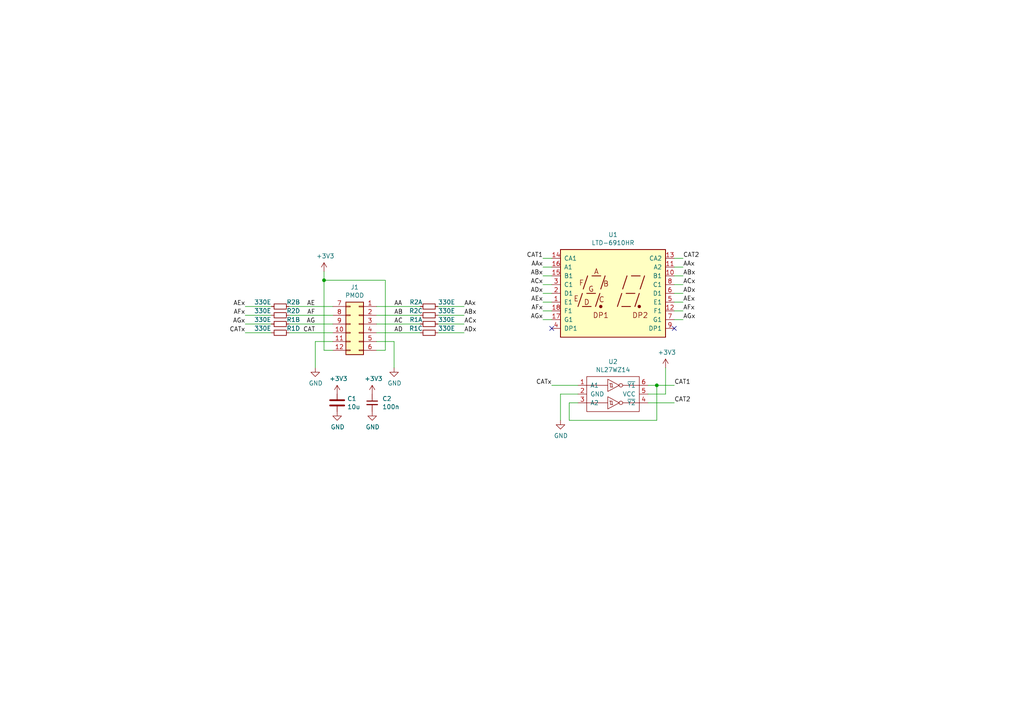
<source format=kicad_sch>
(kicad_sch (version 20230121) (generator eeschema)
  (paper "A4")
  (title_block (title "iCEBreaker PMOD - 7 Segment display") (rev "V0.1a") (company "1BitSquared") (comment 1 "(C) 2018 Piotr Esden-Tempski <piotr@esden.net>") (comment 2 "(C) 2018 1BitSquared <info@1bitsquared.com>") (comment 3 "License: CC-BY-SA V4.0"))
  (lib_symbols
    (symbol "7segment-rescue:LTD-6910HR-pkl_misc" (pin_names (offset 1.016))
      (property "Reference" "U" (at -13.97 13.97 0))
      (property "Value" "pkl_misc:LTD-6910HR" (at 10.16 13.97 0))
      (symbol "LTD-6910HR-pkl_misc_1_0"
        (rectangle (start -15.24 12.7) (end 15.24 -12.7) (stroke (width 0.254)) (fill (type background)))
        (polyline (pts (xy -10.16 -3.81) (xy -8.89 0)) (stroke (width 0.254)))
        (polyline (pts (xy -8.89 -3.81) (xy -6.35 -3.81)) (stroke (width 0.254)))
        (polyline (pts (xy -8.636 1.27) (xy -7.366 5.08)) (stroke (width 0.254)))
        (polyline (pts (xy -7.62 0) (xy -5.08 0)) (stroke (width 0.254)))
        (polyline (pts (xy -6.096 5.08) (xy -3.556 5.08)) (stroke (width 0.254)))
        (polyline (pts (xy -5.08 -3.81) (xy -3.81 0)) (stroke (width 0.254)))
        (polyline (pts (xy -3.556 1.27) (xy -2.286 5.08)) (stroke (width 0.254)))
        (polyline (pts (xy 1.27 -3.81) (xy 2.54 0)) (stroke (width 0.254)))
        (polyline (pts (xy 2.54 -3.81) (xy 5.08 -3.81)) (stroke (width 0.254)))
        (polyline (pts (xy 2.794 1.27) (xy 4.064 5.08)) (stroke (width 0.254)))
        (polyline (pts (xy 3.81 0) (xy 6.35 0)) (stroke (width 0.254)))
        (polyline (pts (xy 5.334 5.08) (xy 7.874 5.08)) (stroke (width 0.254)))
        (polyline (pts (xy 6.35 -3.81) (xy 7.62 0)) (stroke (width 0.254)))
        (polyline (pts (xy 7.874 1.27) (xy 9.144 5.08)) (stroke (width 0.254)))
        (text "A" (at -4.826 6.35 0) (effects (font (size 1.524 1.524))))
        (text "B" (at -2.032 2.794 0) (effects (font (size 1.524 1.524))))
        (text "C" (at -3.302 -1.778 0) (effects (font (size 1.524 1.524))))
        (text "D" (at -7.62 -2.54 0) (effects (font (size 1.524 1.524))))
        (text "DP1" (at -3.556 -6.35 0) (effects (font (size 1.524 1.524))))
        (text "DP2" (at 7.874 -6.35 0) (effects (font (size 1.524 1.524))))
        (text "E" (at -10.668 -1.524 0) (effects (font (size 1.524 1.524))))
        (text "F" (at -9.144 3.048 0) (effects (font (size 1.524 1.524))))
        (text "G" (at -6.35 1.27 0) (effects (font (size 1.524 1.524))))
      )
      (symbol "LTD-6910HR-pkl_misc_1_1"
        (circle (center -3.556 -3.81) (radius 0.3556) (stroke (width 0.254)) (fill (type outline)))
        (circle (center 7.62 -3.81) (radius 0.3556) (stroke (width 0.254)) (fill (type outline)))
        (pin input line (at -17.78 -2.54 0) (length 2.54) (name "E1") (number "1"))
        (pin input line (at 17.78 5.08 180) (length 2.54) (name "B1") (number "10"))
        (pin input line (at 17.78 7.62 180) (length 2.54) (name "A2") (number "11"))
        (pin input line (at 17.78 -5.08 180) (length 2.54) (name "F1") (number "12"))
        (pin input line (at 17.78 10.16 180) (length 2.54) (name "CA2") (number "13"))
        (pin input line (at -17.78 10.16 0) (length 2.54) (name "CA1") (number "14"))
        (pin input line (at -17.78 5.08 0) (length 2.54) (name "B1") (number "15"))
        (pin input line (at -17.78 7.62 0) (length 2.54) (name "A1") (number "16"))
        (pin input line (at -17.78 -7.62 0) (length 2.54) (name "G1") (number "17"))
        (pin input line (at -17.78 -5.08 0) (length 2.54) (name "F1") (number "18"))
        (pin input line (at -17.78 0 0) (length 2.54) (name "D1") (number "2"))
        (pin input line (at -17.78 2.54 0) (length 2.54) (name "C1") (number "3"))
        (pin input line (at -17.78 -10.16 0) (length 2.54) (name "DP1") (number "4"))
        (pin input line (at 17.78 -2.54 180) (length 2.54) (name "E1") (number "5"))
        (pin input line (at 17.78 0 180) (length 2.54) (name "D1") (number "6"))
        (pin input line (at 17.78 -7.62 180) (length 2.54) (name "G1") (number "7"))
        (pin input line (at 17.78 2.54 180) (length 2.54) (name "C1") (number "8"))
        (pin input line (at 17.78 -10.16 180) (length 2.54) (name "DP1") (number "9"))
      )
    )
    (symbol "7segment-rescue:NL27WZ14-pkl_misc" (pin_names (offset 1.016))
      (property "Reference" "U" (at 1.27 16.51 0))
      (property "Value" "pkl_misc:NL27WZ14" (at 0 -8.89 0))
      (symbol "NL27WZ14-pkl_misc_0_1"
        (rectangle (start -7.62 5.08) (end 7.62 -5.08))
        (polyline (pts (xy -7.62 -2.54) (xy -1.524 -2.54)))
        (polyline (pts (xy -7.62 2.54) (xy -1.524 2.54)))
        (polyline (pts (xy 2.794 2.54) (xy 7.62 2.54)))
        (polyline (pts (xy 7.62 -2.54) (xy 2.794 -2.54)))
        (polyline (pts (xy -1.016 -2.032) (xy -0.254 -2.032) (xy -0.254 -3.048)))
        (polyline (pts (xy -1.016 3.048) (xy -0.254 3.048) (xy -0.254 2.032)))
        (polyline (pts (xy -0.762 -2.032) (xy -0.762 -3.048) (xy 0 -3.048)))
        (polyline (pts (xy -0.762 3.048) (xy -0.762 2.032) (xy 0 2.032)))
        (polyline (pts (xy 1.778 -2.54) (xy -1.524 -0.762) (xy -1.524 -4.318) (xy 1.778 -2.54)))
        (polyline (pts (xy 1.778 2.54) (xy -1.524 4.318) (xy -1.524 0.762) (xy 1.778 2.54)))
        (circle (center 2.286 -2.54) (radius 0.508))
        (circle (center 2.286 2.54) (radius 0.508))
      )
      (symbol "NL27WZ14-pkl_misc_1_1"
        (pin passive line (at -10.16 2.54 0) (length 2.54) (name "A1") (number "1"))
        (pin passive line (at -10.16 0 0) (length 2.54) (name "GND") (number "2"))
        (pin passive line (at -10.16 -2.54 0) (length 2.54) (name "A2") (number "3"))
        (pin passive line (at 10.16 -2.54 180) (length 2.54) (name "~{Y2}") (number "4"))
        (pin passive line (at 10.16 0 180) (length 2.54) (name "VCC") (number "5"))
        (pin passive line (at 10.16 2.54 180) (length 2.54) (name "~{Y1}") (number "6"))
      )
    )
    (symbol "7segment-rescue:pkl_C-pkl_device" (pin_numbers hide) (pin_names (offset 0.254))
      (property "Reference" "C" (at 0.635 2.54 0))
      (property "Value" "pkl_device:pkl_C" (at 0.635 -2.54 0))
      (symbol "pkl_C-pkl_device_0_1"
        (polyline (pts (xy -2.032 -0.762) (xy 2.032 -0.762)) (stroke (width 0.508)))
        (polyline (pts (xy -2.032 0.762) (xy 2.032 0.762)) (stroke (width 0.508)))
      )
      (symbol "pkl_C-pkl_device_1_1"
        (pin passive line (at 0 2.54 270) (length 1.524) (name "~") (number "1"))
        (pin passive line (at 0 -2.54 90) (length 1.524) (name "~") (number "2"))
      )
    )
    (symbol "7segment-rescue:pkl_C_Small-pkl_device" (pin_numbers hide) (pin_names (offset 0.254) hide)
      (property "Reference" "C" (at 0.254 1.778 0))
      (property "Value" "pkl_device:pkl_C_Small" (at 0.254 -2.032 0))
      (symbol "pkl_C_Small-pkl_device_0_1"
        (polyline (pts (xy -1.524 -0.508) (xy 1.524 -0.508)) (stroke (width 0.3302)))
        (polyline (pts (xy -1.524 0.508) (xy 1.524 0.508)) (stroke (width 0.3048)))
      )
      (symbol "pkl_C_Small-pkl_device_1_1"
        (pin passive line (at 0 2.54 270) (length 1.905) (name "~") (number "1"))
        (pin passive line (at 0 -2.54 90) (length 2.032) (name "~") (number "2"))
      )
    )
    (symbol "7segment-rescue:pkl_R4_Small-pkl_device" (pin_numbers hide) (pin_names (offset 0.254) hide)
      (property "Reference" "R" (at 0.762 0.508 0))
      (property "Value" "pkl_device:pkl_R4_Small" (at 0.762 -1.016 0))
      (symbol "pkl_R4_Small-pkl_device_0_1"
        (rectangle (start -0.762 1.778) (end 0.762 -1.778) (stroke (width 0.2032)))
      )
      (symbol "pkl_R4_Small-pkl_device_1_1"
        (pin passive line (at 0 2.54 270) (length 0.762) (name "~") (number "1"))
        (pin passive line (at 0 -2.54 90) (length 0.762) (name "~") (number "2"))
      )
      (symbol "pkl_R4_Small-pkl_device_2_1"
        (pin passive line (at 0 2.54 270) (length 0.762) (name "~") (number "3"))
        (pin passive line (at 0 -2.54 90) (length 0.762) (name "~") (number "4"))
      )
      (symbol "pkl_R4_Small-pkl_device_3_1"
        (pin passive line (at 0 2.54 270) (length 0.762) (name "~") (number "5"))
        (pin passive line (at 0 -2.54 90) (length 0.762) (name "~") (number "6"))
      )
      (symbol "pkl_R4_Small-pkl_device_4_1"
        (pin passive line (at 0 2.54 270) (length 0.762) (name "~") (number "7"))
        (pin passive line (at 0 -2.54 90) (length 0.762) (name "~") (number "8"))
      )
    )
    (symbol "Connector_Generic:Conn_02x06_Top_Bottom" (pin_names (offset 1.016) hide)
      (property "Reference" "J" (at 1.27 7.62 0))
      (property "Value" "Conn_02x06_Top_Bottom" (at 1.27 -10.16 0))
      (symbol "Conn_02x06_Top_Bottom_1_1"
        (rectangle (start -1.27 -7.493) (end 0 -7.747) (stroke (width 0.1524)))
        (rectangle (start -1.27 -4.953) (end 0 -5.207) (stroke (width 0.1524)))
        (rectangle (start -1.27 -2.413) (end 0 -2.667) (stroke (width 0.1524)))
        (rectangle (start -1.27 0.127) (end 0 -0.127) (stroke (width 0.1524)))
        (rectangle (start -1.27 2.667) (end 0 2.413) (stroke (width 0.1524)))
        (rectangle (start -1.27 5.207) (end 0 4.953) (stroke (width 0.1524)))
        (rectangle (start -1.27 6.35) (end 3.81 -8.89) (stroke (width 0.254)) (fill (type background)))
        (rectangle (start 3.81 -7.493) (end 2.54 -7.747) (stroke (width 0.1524)))
        (rectangle (start 3.81 -4.953) (end 2.54 -5.207) (stroke (width 0.1524)))
        (rectangle (start 3.81 -2.413) (end 2.54 -2.667) (stroke (width 0.1524)))
        (rectangle (start 3.81 0.127) (end 2.54 -0.127) (stroke (width 0.1524)))
        (rectangle (start 3.81 2.667) (end 2.54 2.413) (stroke (width 0.1524)))
        (rectangle (start 3.81 5.207) (end 2.54 4.953) (stroke (width 0.1524)))
        (pin passive line (at -5.08 5.08 0) (length 3.81) (name "Pin_1") (number "1"))
        (pin passive line (at 7.62 -2.54 180) (length 3.81) (name "Pin_10") (number "10"))
        (pin passive line (at 7.62 -5.08 180) (length 3.81) (name "Pin_11") (number "11"))
        (pin passive line (at 7.62 -7.62 180) (length 3.81) (name "Pin_12") (number "12"))
        (pin passive line (at -5.08 2.54 0) (length 3.81) (name "Pin_2") (number "2"))
        (pin passive line (at -5.08 0 0) (length 3.81) (name "Pin_3") (number "3"))
        (pin passive line (at -5.08 -2.54 0) (length 3.81) (name "Pin_4") (number "4"))
        (pin passive line (at -5.08 -5.08 0) (length 3.81) (name "Pin_5") (number "5"))
        (pin passive line (at -5.08 -7.62 0) (length 3.81) (name "Pin_6") (number "6"))
        (pin passive line (at 7.62 5.08 180) (length 3.81) (name "Pin_7") (number "7"))
        (pin passive line (at 7.62 2.54 180) (length 3.81) (name "Pin_8") (number "8"))
        (pin passive line (at 7.62 0 180) (length 3.81) (name "Pin_9") (number "9"))
      )
    )
    (symbol "power:+3V3" (power) (pin_names (offset 0))
      (property "Value" "+3V3" (at 0 3.556 0))
      (symbol "+3V3_0_1"
        (polyline (pts (xy -0.762 1.27) (xy 0 2.54)))
        (polyline (pts (xy 0 0) (xy 0 2.54)))
        (polyline (pts (xy 0 2.54) (xy 0.762 1.27)))
      )
      (symbol "+3V3_1_1"
        (pin power_in line (at 0 0 90) (length 0) hide (name "+3V3") (number "1"))
      )
    )
    (symbol "power:GND" (power) (pin_names (offset 0))
      (property "Value" "GND" (at 0 -3.81 0))
      (symbol "GND_0_1"
        (polyline (pts (xy 0 0) (xy 0 -1.27) (xy 1.27 -1.27) (xy 0 -2.54) (xy -1.27 -1.27) (xy 0 -1.27)))
      )
      (symbol "GND_1_1"
        (pin power_in line (at 0 0 270) (length 0) hide (name "GND") (number "1"))
      )
    )
  )
  (junction (at 190.5 111.76))
  (junction (at 93.98 81.28))
  (no_connect (at 160.02 95.25))
  (no_connect (at 195.58 95.25))
  (wire (pts (xy 160.02 82.55) (xy 157.48 82.55)))
  (wire (pts (xy 109.22 91.44) (xy 121.92 91.44)))
  (wire (pts (xy 127 93.98) (xy 134.62 93.98)))
  (wire (pts (xy 195.58 92.71) (xy 198.12 92.71)))
  (wire (pts (xy 195.58 82.55) (xy 198.12 82.55)))
  (wire (pts (xy 195.58 74.93) (xy 198.12 74.93)))
  (wire (pts (xy 160.02 74.93) (xy 157.48 74.93)))
  (wire (pts (xy 187.96 114.3) (xy 193.04 114.3)))
  (wire (pts (xy 109.22 99.06) (xy 114.3 99.06)))
  (wire (pts (xy 160.02 85.09) (xy 157.48 85.09)))
  (wire (pts (xy 83.82 93.98) (xy 96.52 93.98)))
  (wire (pts (xy 165.1 116.84) (xy 167.64 116.84)))
  (wire (pts (xy 91.44 99.06) (xy 91.44 106.68)))
  (wire (pts (xy 109.22 88.9) (xy 121.92 88.9)))
  (wire (pts (xy 96.52 101.6) (xy 93.98 101.6)))
  (wire (pts (xy 195.58 87.63) (xy 198.12 87.63)))
  (wire (pts (xy 111.76 81.28) (xy 93.98 81.28)))
  (wire (pts (xy 111.76 81.28) (xy 111.76 101.6)))
  (wire (pts (xy 195.58 90.17) (xy 198.12 90.17)))
  (wire (pts (xy 127 88.9) (xy 134.62 88.9)))
  (wire (pts (xy 96.52 99.06) (xy 91.44 99.06)))
  (wire (pts (xy 83.82 96.52) (xy 96.52 96.52)))
  (wire (pts (xy 93.98 78.74) (xy 93.98 81.28)))
  (wire (pts (xy 109.22 96.52) (xy 121.92 96.52)))
  (wire (pts (xy 195.58 77.47) (xy 198.12 77.47)))
  (wire (pts (xy 167.64 114.3) (xy 162.56 114.3)))
  (wire (pts (xy 127 96.52) (xy 134.62 96.52)))
  (wire (pts (xy 109.22 101.6) (xy 111.76 101.6)))
  (wire (pts (xy 83.82 91.44) (xy 96.52 91.44)))
  (wire (pts (xy 109.22 93.98) (xy 121.92 93.98)))
  (wire (pts (xy 160.02 87.63) (xy 157.48 87.63)))
  (wire (pts (xy 78.74 88.9) (xy 71.12 88.9)))
  (wire (pts (xy 160.02 92.71) (xy 157.48 92.71)))
  (wire (pts (xy 78.74 91.44) (xy 71.12 91.44)))
  (wire (pts (xy 78.74 93.98) (xy 71.12 93.98)))
  (wire (pts (xy 195.58 80.01) (xy 198.12 80.01)))
  (wire (pts (xy 78.74 96.52) (xy 71.12 96.52)))
  (wire (pts (xy 160.02 90.17) (xy 157.48 90.17)))
  (wire (pts (xy 83.82 88.9) (xy 96.52 88.9)))
  (wire (pts (xy 190.5 111.76) (xy 195.58 111.76)))
  (wire (pts (xy 195.58 85.09) (xy 198.12 85.09)))
  (wire (pts (xy 162.56 114.3) (xy 162.56 121.92)))
  (wire (pts (xy 93.98 101.6) (xy 93.98 81.28)))
  (wire (pts (xy 160.02 77.47) (xy 157.48 77.47)))
  (wire (pts (xy 167.64 111.76) (xy 160.02 111.76)))
  (wire (pts (xy 160.02 80.01) (xy 157.48 80.01)))
  (wire (pts (xy 193.04 114.3) (xy 193.04 106.68)))
  (wire (pts (xy 190.5 121.92) (xy 165.1 121.92)))
  (wire (pts (xy 127 91.44) (xy 134.62 91.44)))
  (wire (pts (xy 190.5 111.76) (xy 190.5 121.92)))
  (wire (pts (xy 187.96 111.76) (xy 190.5 111.76)))
  (wire (pts (xy 114.3 99.06) (xy 114.3 106.68)))
  (wire (pts (xy 165.1 121.92) (xy 165.1 116.84)))
  (wire (pts (xy 187.96 116.84) (xy 195.58 116.84)))
  (label "CAT2" (at 195.58 116.84 0))
  (label "AAx" (at 198.12 77.47 0))
  (label "AF" (at 91.44 91.44 180))
  (label "ACx" (at 198.12 82.55 0))
  (label "CAT2" (at 198.12 74.93 0))
  (label "CAT1" (at 157.48 74.93 180))
  (label "AFx" (at 157.48 90.17 180))
  (label "AGx" (at 157.48 92.71 180))
  (label "ACx" (at 157.48 82.55 180))
  (label "AGx" (at 198.12 92.71 0))
  (label "AC" (at 114.3 93.98 0))
  (label "CATx" (at 160.02 111.76 180))
  (label "AD" (at 114.3 96.52 0))
  (label "AAx" (at 134.62 88.9 0))
  (label "CAT" (at 91.44 96.52 180))
  (label "AGx" (at 71.12 93.98 180))
  (label "ACx" (at 134.62 93.98 0))
  (label "CAT1" (at 195.58 111.76 0))
  (label "ADx" (at 157.48 85.09 180))
  (label "ABx" (at 198.12 80.01 0))
  (label "ADx" (at 198.12 85.09 0))
  (label "ADx" (at 134.62 96.52 0))
  (label "AEx" (at 71.12 88.9 180))
  (label "AEx" (at 157.48 87.63 180))
  (label "AA" (at 114.3 88.9 0))
  (label "ABx" (at 157.48 80.01 180))
  (label "CATx" (at 71.12 96.52 180))
  (label "AEx" (at 198.12 87.63 0))
  (label "AFx" (at 71.12 91.44 180))
  (label "AG" (at 91.44 93.98 180))
  (label "AE" (at 91.44 88.9 180))
  (label "AB" (at 114.3 91.44 0))
  (label "AAx" (at 157.48 77.47 180))
  (label "ABx" (at 134.62 91.44 0))
  (label "AFx" (at 198.12 90.17 0))
  (symbol (lib_id "Connector_Generic:Conn_02x06_Top_Bottom") (at 104.14 93.98 0) (mirror y) (unit 1)
    (property "Reference" "J1" (at 102.87 83.312 0))
    (property "Value" "PMOD" (at 102.87 85.6742 0))
    (property "Footprint" "pkl_connectors:PMODHeader_2x06_P2.54mm_Horizontal" (effects hide))
    (property "Key" "conn-th-01in-6-2-hdr-ra" (effects hide))
    (property "Source" "ANY" (effects hide))
  )
  (symbol (lib_id "power:GND") (at 114.3 106.68 0) (unit 1)
    (property "Reference" "#PWR06" (effects hide))
    (property "Value" "GND" (at 114.427 111.1504 0))
  )
  (symbol (lib_id "power:GND") (at 91.44 106.68 0) (unit 1)
    (property "Reference" "#PWR01" (effects hide))
    (property "Value" "GND" (at 91.567 111.1504 0))
  )
  (symbol (lib_id "power:+3V3") (at 93.98 78.74 0) (unit 1)
    (property "Reference" "#PWR02" (effects hide))
    (property "Value" "+3V3" (at 94.361 74.2696 0))
  )
  (symbol (lib_id "7segment-rescue:pkl_C-pkl_device") (at 97.79 116.84 0) (unit 1)
    (property "Reference" "C1" (at 100.711 115.6462 0) (effects (justify left)))
    (property "Value" "10u" (at 100.711 118.0084 0) (effects (justify left)))
    (property "Footprint" "pkl_dipol:C_0603" (effects hide))
    (property "Key" "cap-cer-0603-10u" (effects hide))
    (property "Source" "ANY" (effects hide))
  )
  (symbol (lib_id "power:+3V3") (at 97.79 114.3 0) (unit 1)
    (property "Reference" "#PWR03" (effects hide))
    (property "Value" "+3V3" (at 98.171 109.8296 0))
  )
  (symbol (lib_id "power:GND") (at 97.79 119.38 0) (unit 1)
    (property "Reference" "#PWR04" (effects hide))
    (property "Value" "GND" (at 97.917 123.8504 0))
  )
  (symbol (lib_id "7segment-rescue:NL27WZ14-pkl_misc") (at 177.8 114.3 0) (unit 1)
    (property "Reference" "U2" (at 177.8 104.902 0))
    (property "Value" "NL27WZ14" (at 177.8 107.2642 0))
    (property "Footprint" "Package_TO_SOT_SMD:SOT-363_SC-70-6" (effects hide))
    (property "Key" "ic-sot363-dual-inverter-nl27wz14" (effects hide))
  )
  (symbol (lib_id "power:GND") (at 162.56 121.92 0) (unit 1)
    (property "Reference" "#PWR08" (effects hide))
    (property "Value" "GND" (at 162.687 126.3904 0))
  )
  (symbol (lib_id "power:+3V3") (at 193.04 106.68 0) (unit 1)
    (property "Reference" "#PWR09" (effects hide))
    (property "Value" "+3V3" (at 193.421 102.2096 0))
  )
  (symbol (lib_id "7segment-rescue:LTD-6910HR-pkl_misc") (at 177.8 85.09 0) (unit 1)
    (property "Reference" "U1" (at 177.8 68.072 0))
    (property "Value" "LTD-6910HR" (at 177.8 70.4342 0))
    (property "Footprint" "pkl_led:LTD-6910HR" (effects hide))
    (property "Key" "led-disp-ltd-6910hr" (effects hide))
  )
  (symbol (lib_id "7segment-rescue:pkl_R4_Small-pkl_device") (at 124.46 88.9 270) (unit 1)
    (property "Reference" "R2" (at 120.65 87.63 90))
    (property "Value" "330E" (at 129.54 87.63 90))
    (property "Footprint" "pkl_dipol:R_Array_Convex_4x0402" (effects hide))
    (property "Key" "res-0402cv-array-4-330" (effects hide))
  )
  (symbol (lib_id "7segment-rescue:pkl_R4_Small-pkl_device") (at 81.28 88.9 90) (mirror x) (unit 2)
    (property "Reference" "R2" (at 85.09 87.63 90))
    (property "Value" "330E" (at 76.2 87.63 90))
    (property "Footprint" "pkl_dipol:R_Array_Convex_4x0402" (effects hide))
    (property "Key" "res-0402cv-array-4-330" (effects hide))
  )
  (symbol (lib_id "7segment-rescue:pkl_R4_Small-pkl_device") (at 124.46 91.44 270) (unit 3)
    (property "Reference" "R2" (at 120.65 90.17 90))
    (property "Value" "330E" (at 129.54 90.17 90))
    (property "Footprint" "pkl_dipol:R_Array_Convex_4x0402" (effects hide))
    (property "Key" "res-0402cv-array-4-330" (effects hide))
  )
  (symbol (lib_id "7segment-rescue:pkl_R4_Small-pkl_device") (at 81.28 91.44 90) (mirror x) (unit 4)
    (property "Reference" "R2" (at 85.09 90.17 90))
    (property "Value" "330E" (at 76.2 90.17 90))
    (property "Footprint" "pkl_dipol:R_Array_Convex_4x0402" (effects hide))
    (property "Key" "res-0402cv-array-4-330" (effects hide))
  )
  (symbol (lib_id "7segment-rescue:pkl_R4_Small-pkl_device") (at 124.46 93.98 270) (unit 1)
    (property "Reference" "R1" (at 120.65 92.71 90))
    (property "Value" "330E" (at 129.54 92.71 90))
    (property "Footprint" "pkl_dipol:R_Array_Convex_4x0402" (effects hide))
    (property "Key" "res-0402cv-array-4-330" (effects hide))
  )
  (symbol (lib_id "7segment-rescue:pkl_R4_Small-pkl_device") (at 81.28 93.98 90) (mirror x) (unit 2)
    (property "Reference" "R1" (at 85.09 92.71 90))
    (property "Value" "330E" (at 76.2 92.71 90))
    (property "Footprint" "pkl_dipol:R_Array_Convex_4x0402" (effects hide))
    (property "Key" "res-0402cv-array-4-330" (effects hide))
  )
  (symbol (lib_id "7segment-rescue:pkl_R4_Small-pkl_device") (at 124.46 96.52 270) (unit 3)
    (property "Reference" "R1" (at 120.65 95.25 90))
    (property "Value" "330E" (at 129.54 95.25 90))
    (property "Footprint" "pkl_dipol:R_Array_Convex_4x0402" (effects hide))
    (property "Key" "res-0402cv-array-4-330" (effects hide))
  )
  (symbol (lib_id "7segment-rescue:pkl_R4_Small-pkl_device") (at 81.28 96.52 90) (mirror x) (unit 4)
    (property "Reference" "R1" (at 85.09 95.25 90))
    (property "Value" "330E" (at 76.2 95.25 90))
    (property "Footprint" "pkl_dipol:R_Array_Convex_4x0402" (effects hide))
    (property "Key" "res-0402cv-array-4-330" (effects hide))
  )
  (symbol (lib_id "7segment-rescue:pkl_C_Small-pkl_device") (at 107.95 116.84 0) (unit 1)
    (property "Reference" "C2" (at 110.871 115.6462 0) (effects (justify left)))
    (property "Value" "100n" (at 110.871 118.0084 0) (effects (justify left)))
    (property "Footprint" "pkl_dipol:C_0402" (effects hide))
    (property "Key" "cap-cer-0402-100n" (effects hide))
    (property "Source" "ANY" (effects hide))
  )
  (symbol (lib_id "power:+3V3") (at 107.95 114.3 0) (unit 1)
    (property "Reference" "#PWR05" (effects hide))
    (property "Value" "+3V3" (at 108.331 109.8296 0))
  )
  (symbol (lib_id "power:GND") (at 107.95 119.38 0) (unit 1)
    (property "Reference" "#PWR07" (effects hide))
    (property "Value" "GND" (at 108.077 123.8504 0))
  )
)
</source>
